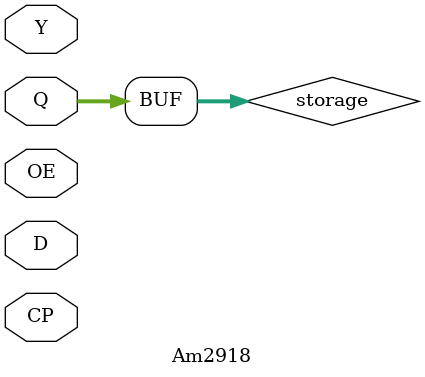
<source format=v>
`timescale 1ns / 1ps


module Am2918(
    input [3:0] D,  // Data Inputs
    input CP,       // Common Clock
    input OE,       // Output Control
    input [3:0] Q,  // Standard Outputs
    input [3:0] Y   // Three-State Outputs
    );

    reg [3:0] storage;
 
    always @ (posedge CP) storage <= D;

    assign Q = storage;
    assign Y = ~OE ? storage : 4'bzzzz;

endmodule

</source>
